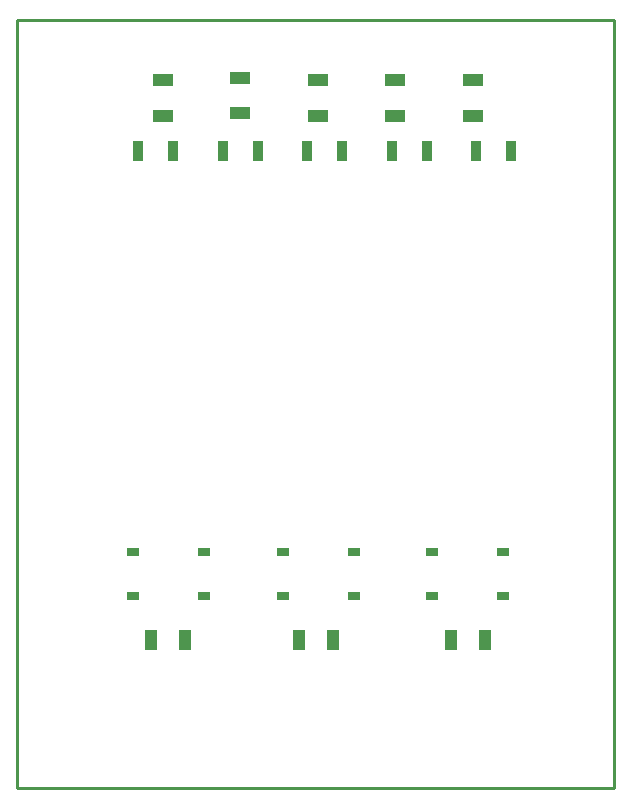
<source format=gtp>
%FSTAX23Y23*%
%MOIN*%
%SFA1B1*%

%IPPOS*%
%ADD11C,0.010000*%
%ADD12R,0.044490X0.069690*%
%ADD13R,0.038190X0.068110*%
%ADD14R,0.068110X0.043310*%
%ADD15R,0.039370X0.027560*%
%LNbuttonpanel-1*%
%LPD*%
G54D11*
X0Y0D02*
Y0256D01*
Y0D02*
X0199D01*
Y0256*
X0D02*
X0199D01*
G54D12*
X01056Y00495D03*
X00943D03*
X01561D03*
X01448D03*
X00448D03*
X00561D03*
G54D13*
X01531Y02125D03*
X01648D03*
X0125D03*
X01367D03*
X00969D03*
X01085D03*
X00687D03*
X00804D03*
X00406D03*
X00523D03*
G54D14*
X01522Y02242D03*
Y02361D03*
X01263Y02242D03*
Y02361D03*
X01005Y02242D03*
Y02361D03*
X00745Y0225D03*
Y02369D03*
X00488Y02242D03*
Y02361D03*
G54D15*
X00388Y00787D03*
X00625D03*
X00388Y00642D03*
X00625D03*
X00887Y00787D03*
X01124D03*
X00887Y00642D03*
X01124D03*
X01386Y00787D03*
X01623D03*
X01386Y00642D03*
X01623D03*
M02*
</source>
